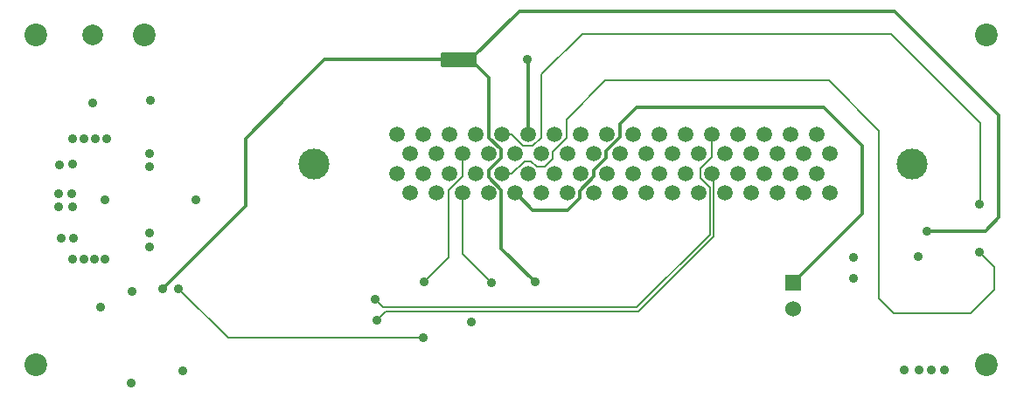
<source format=gbl>
G04 (created by PCBNEW (2013-jul-07)-stable) date Fri 08 Aug 2014 03:37:50 PM CDT*
%MOIN*%
G04 Gerber Fmt 3.4, Leading zero omitted, Abs format*
%FSLAX34Y34*%
G01*
G70*
G90*
G04 APERTURE LIST*
%ADD10C,0.00590551*%
%ADD11C,0.0590551*%
%ADD12C,0.11811*%
%ADD13R,0.06X0.06*%
%ADD14C,0.06*%
%ADD15C,0.0787402*%
%ADD16C,0.0866142*%
%ADD17C,0.035*%
%ADD18C,0.011811*%
%ADD19C,0.0082*%
%ADD20C,0.01*%
G04 APERTURE END LIST*
G54D10*
G54D11*
X51525Y-29750D03*
X51525Y-31250D03*
X51025Y-29000D03*
X51025Y-30500D03*
X50525Y-29750D03*
X50525Y-31250D03*
X50025Y-29000D03*
X50025Y-30500D03*
X49525Y-29750D03*
X49525Y-31250D03*
X49025Y-29000D03*
X49025Y-30500D03*
X48525Y-29750D03*
X48525Y-31250D03*
X48025Y-29000D03*
X48025Y-30500D03*
X47525Y-29750D03*
X47525Y-31250D03*
X47025Y-29000D03*
X47025Y-30500D03*
X46525Y-29750D03*
X46525Y-31250D03*
X46025Y-29000D03*
X46025Y-30500D03*
X45525Y-29750D03*
X45525Y-31250D03*
X45025Y-29000D03*
X45025Y-30500D03*
X44525Y-29750D03*
X44525Y-31250D03*
X44025Y-29000D03*
X44025Y-30500D03*
X43525Y-29750D03*
X43525Y-31250D03*
X43025Y-29000D03*
X43025Y-30500D03*
X42525Y-29750D03*
X42525Y-31250D03*
X42025Y-29000D03*
X42025Y-30500D03*
X41525Y-29750D03*
X41525Y-31250D03*
X41025Y-29000D03*
X41025Y-30500D03*
X40525Y-29750D03*
X40525Y-31250D03*
X40025Y-29000D03*
X40025Y-30500D03*
X39525Y-29750D03*
X39525Y-31250D03*
X39025Y-29000D03*
X39025Y-30500D03*
X38525Y-29750D03*
X38525Y-31250D03*
X38025Y-29000D03*
X38025Y-30500D03*
X37525Y-29750D03*
X37525Y-31250D03*
X37025Y-29000D03*
X37025Y-30500D03*
X36525Y-29750D03*
X36525Y-31250D03*
X36025Y-29000D03*
X36025Y-30500D03*
X35525Y-29750D03*
X35525Y-31250D03*
X35025Y-29000D03*
X35025Y-30500D03*
G54D12*
X31875Y-30125D03*
X54675Y-30125D03*
G54D13*
X50145Y-34660D03*
G54D14*
X50145Y-35660D03*
G54D15*
X23425Y-25196D03*
G54D16*
X25393Y-25196D03*
X57480Y-25196D03*
X57480Y-37795D03*
X21259Y-37795D03*
X21259Y-25196D03*
G54D17*
X37834Y-26141D03*
X40280Y-34650D03*
X55220Y-32690D03*
X26110Y-34890D03*
X37362Y-26141D03*
X36889Y-26141D03*
X36060Y-34650D03*
X38640Y-34680D03*
X34260Y-36110D03*
X34200Y-35300D03*
X25629Y-27716D03*
X22677Y-29173D03*
X23110Y-29173D03*
X23543Y-29173D03*
X23976Y-29173D03*
X22125Y-31259D03*
X22637Y-31259D03*
X22125Y-31771D03*
X22677Y-31771D03*
X22677Y-33779D03*
X23110Y-33779D03*
X23503Y-33779D03*
X23897Y-33779D03*
X24921Y-35000D03*
X26850Y-38031D03*
X54370Y-37992D03*
X54921Y-37992D03*
X55393Y-37992D03*
X55905Y-37992D03*
X52440Y-33700D03*
X52440Y-34488D03*
X54881Y-33661D03*
X37874Y-36181D03*
X27360Y-31510D03*
X23900Y-31510D03*
X57230Y-31680D03*
X57230Y-33500D03*
X24900Y-38500D03*
X40000Y-26141D03*
X26710Y-34890D03*
X36020Y-36770D03*
X22160Y-30160D03*
X22650Y-30150D03*
X25580Y-30220D03*
X25590Y-29720D03*
X23425Y-27795D03*
X22690Y-32970D03*
X22230Y-32980D03*
X25600Y-32770D03*
X25590Y-33310D03*
X23740Y-35590D03*
G54D18*
X40280Y-34650D02*
X39010Y-33380D01*
X39010Y-33380D02*
X39010Y-31120D01*
X39010Y-31120D02*
X38530Y-30640D01*
X38530Y-30640D02*
X38530Y-30370D01*
X38530Y-30370D02*
X38990Y-29910D01*
X38990Y-29910D02*
X38990Y-29580D01*
X38990Y-29580D02*
X38540Y-29130D01*
X38540Y-29130D02*
X38540Y-28790D01*
X38540Y-26847D02*
X37834Y-26141D01*
X38540Y-28790D02*
X38540Y-26847D01*
X39686Y-24290D02*
X37834Y-26141D01*
X57450Y-32690D02*
X55220Y-32690D01*
X57960Y-32180D02*
X57450Y-32690D01*
X57960Y-31890D02*
X57960Y-32180D01*
X57960Y-28260D02*
X57960Y-31890D01*
X41930Y-24290D02*
X53990Y-24290D01*
X53990Y-24290D02*
X57960Y-28260D01*
X41930Y-24290D02*
X39686Y-24290D01*
X32278Y-26141D02*
X30940Y-27480D01*
X29260Y-29160D02*
X30940Y-27480D01*
X29260Y-31740D02*
X29260Y-29160D01*
X26110Y-34890D02*
X29260Y-31740D01*
X36889Y-26141D02*
X32278Y-26141D01*
X37834Y-26141D02*
X37362Y-26141D01*
G54D19*
X36060Y-34650D02*
X37010Y-33700D01*
X37010Y-33700D02*
X37010Y-31120D01*
X37010Y-31120D02*
X37525Y-30605D01*
X37525Y-30605D02*
X37525Y-29750D01*
X38640Y-34680D02*
X37525Y-33565D01*
X37525Y-33565D02*
X37525Y-31250D01*
X34260Y-36110D02*
X34607Y-35762D01*
X35000Y-35762D02*
X35050Y-35762D01*
X34607Y-35762D02*
X35000Y-35762D01*
X44227Y-35762D02*
X47100Y-32890D01*
X47100Y-32890D02*
X47100Y-30575D01*
X47100Y-30575D02*
X47025Y-30500D01*
X35000Y-35762D02*
X44227Y-35762D01*
X34200Y-35300D02*
X34510Y-35610D01*
X35090Y-35610D02*
X35110Y-35610D01*
X34510Y-35610D02*
X35090Y-35610D01*
X44165Y-35610D02*
X46947Y-32827D01*
X46947Y-32827D02*
X46947Y-31037D01*
X46947Y-31037D02*
X46590Y-30680D01*
X46590Y-30680D02*
X46590Y-30310D01*
X46590Y-30310D02*
X47025Y-29875D01*
X47025Y-29875D02*
X47025Y-29000D01*
X35090Y-35610D02*
X44165Y-35610D01*
X39390Y-29000D02*
X39840Y-29450D01*
X39840Y-29450D02*
X40210Y-29450D01*
X40210Y-29450D02*
X40540Y-29120D01*
X40540Y-29120D02*
X40540Y-26710D01*
X40540Y-26710D02*
X42080Y-25170D01*
X42080Y-25170D02*
X53856Y-25170D01*
X53856Y-25170D02*
X57260Y-28574D01*
X57260Y-28574D02*
X57260Y-31650D01*
X39025Y-29000D02*
X39390Y-29000D01*
X39400Y-30500D02*
X39880Y-30020D01*
X39880Y-30020D02*
X40140Y-30020D01*
X40140Y-30020D02*
X40350Y-30230D01*
X40350Y-30230D02*
X40660Y-30230D01*
X40660Y-30230D02*
X40970Y-29920D01*
X40970Y-29920D02*
X40970Y-29670D01*
X40970Y-29670D02*
X41490Y-29150D01*
X41490Y-29150D02*
X41490Y-28420D01*
X41490Y-28420D02*
X42960Y-26950D01*
X42960Y-26950D02*
X51480Y-26950D01*
X51480Y-26950D02*
X53410Y-28880D01*
X53410Y-28880D02*
X53410Y-35280D01*
X53410Y-35280D02*
X53970Y-35840D01*
X53970Y-35840D02*
X56880Y-35840D01*
X56880Y-35840D02*
X57790Y-34930D01*
X57790Y-34930D02*
X57790Y-34060D01*
X57790Y-34060D02*
X57230Y-33500D01*
X39025Y-30500D02*
X39400Y-30500D01*
G54D18*
X40025Y-26166D02*
X40000Y-26141D01*
X40025Y-29000D02*
X40025Y-26166D01*
X39560Y-31250D02*
X40200Y-31890D01*
X40200Y-31890D02*
X41535Y-31890D01*
X41535Y-31890D02*
X41985Y-31440D01*
X41985Y-31440D02*
X41985Y-31155D01*
X41985Y-31155D02*
X42540Y-30600D01*
X42540Y-30600D02*
X42540Y-30360D01*
X42540Y-30360D02*
X43005Y-29895D01*
X43005Y-29895D02*
X43005Y-29640D01*
X43005Y-29640D02*
X43545Y-29100D01*
X43545Y-29100D02*
X43545Y-28590D01*
X43545Y-28590D02*
X44175Y-27960D01*
X44175Y-27960D02*
X51280Y-27960D01*
X51280Y-27960D02*
X52755Y-29435D01*
X52755Y-29435D02*
X52755Y-32050D01*
X52755Y-32050D02*
X50145Y-34660D01*
X39525Y-31250D02*
X39560Y-31250D01*
G54D19*
X28590Y-36770D02*
X28600Y-36780D01*
X26710Y-34890D02*
X28590Y-36770D01*
X28590Y-36770D02*
X36020Y-36770D01*
G54D10*
G36*
X37981Y-26367D02*
X36742Y-26367D01*
X36742Y-25916D01*
X37981Y-25916D01*
X37981Y-26367D01*
X37981Y-26367D01*
G37*
G54D20*
X37981Y-26367D02*
X36742Y-26367D01*
X36742Y-25916D01*
X37981Y-25916D01*
X37981Y-26367D01*
M02*

</source>
